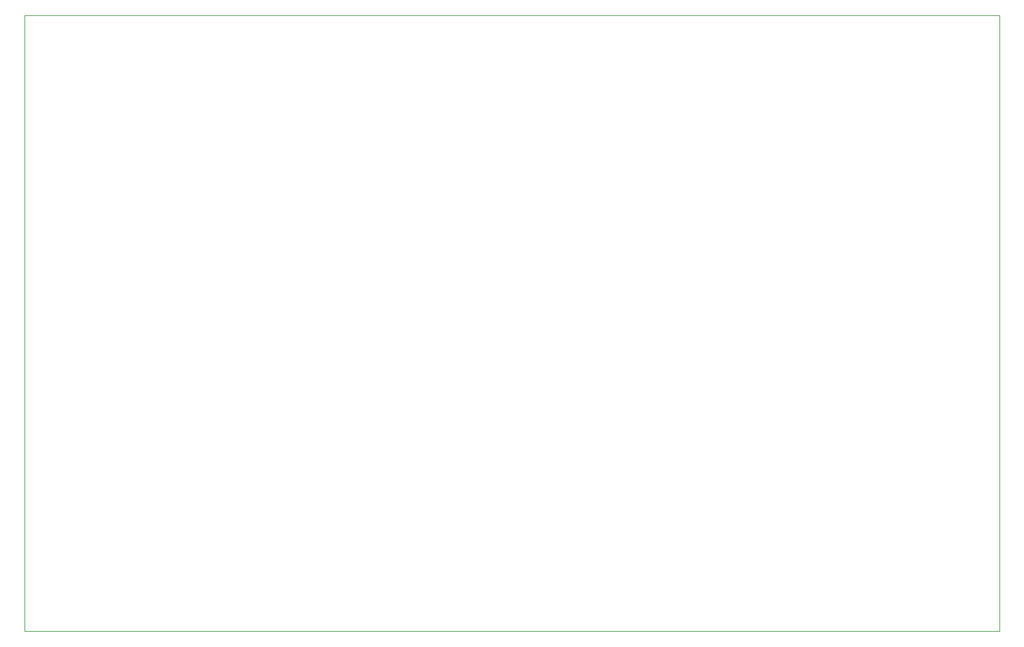
<source format=gko>
G04 #@! TF.GenerationSoftware,KiCad,Pcbnew,5.1.9*
G04 #@! TF.CreationDate,2021-02-24T22:30:28+01:00*
G04 #@! TF.ProjectId,rpi_module,7270695f-6d6f-4647-956c-652e6b696361,rev?*
G04 #@! TF.SameCoordinates,Original*
G04 #@! TF.FileFunction,Profile,NP*
%FSLAX46Y46*%
G04 Gerber Fmt 4.6, Leading zero omitted, Abs format (unit mm)*
G04 Created by KiCad (PCBNEW 5.1.9) date 2021-02-24 22:30:28*
%MOMM*%
%LPD*%
G01*
G04 APERTURE LIST*
G04 #@! TA.AperFunction,Profile*
%ADD10C,0.100000*%
G04 #@! TD*
G04 APERTURE END LIST*
D10*
X334500000Y-64500000D02*
X200000000Y-64500000D01*
X334500000Y-149500000D02*
X334500000Y-64500000D01*
X200000000Y-149500000D02*
X334500000Y-149500000D01*
X200000000Y-64500000D02*
X200000000Y-149500000D01*
M02*

</source>
